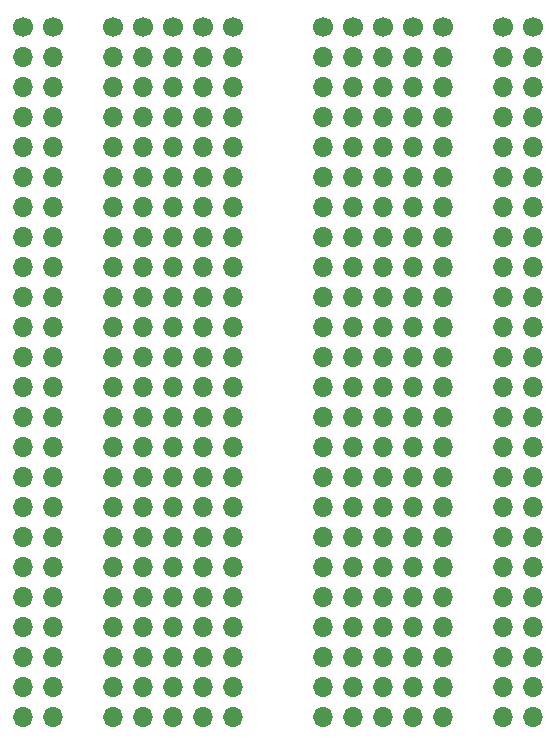
<source format=gts>
G04 #@! TF.GenerationSoftware,KiCad,Pcbnew,(6.0.8-1)-1*
G04 #@! TF.CreationDate,2022-11-13T23:51:15-06:00*
G04 #@! TF.ProjectId,BlocksBreadboard,426c6f63-6b73-4427-9265-6164626f6172,rev?*
G04 #@! TF.SameCoordinates,Original*
G04 #@! TF.FileFunction,Soldermask,Top*
G04 #@! TF.FilePolarity,Negative*
%FSLAX46Y46*%
G04 Gerber Fmt 4.6, Leading zero omitted, Abs format (unit mm)*
G04 Created by KiCad (PCBNEW (6.0.8-1)-1) date 2022-11-13 23:51:15*
%MOMM*%
%LPD*%
G01*
G04 APERTURE LIST*
%ADD10C,1.700000*%
%ADD11O,1.700000X1.700000*%
G04 APERTURE END LIST*
D10*
X132080000Y-50810000D03*
D11*
X132080000Y-53350000D03*
X132080000Y-55890000D03*
X132080000Y-58430000D03*
X132080000Y-60970000D03*
X132080000Y-63510000D03*
X132080000Y-66050000D03*
X132080000Y-68590000D03*
X132080000Y-71130000D03*
X132080000Y-73670000D03*
X132080000Y-76210000D03*
X132080000Y-78750000D03*
X132080000Y-81290000D03*
X132080000Y-83830000D03*
X132080000Y-86370000D03*
X132080000Y-88910000D03*
X132080000Y-91450000D03*
X132080000Y-93990000D03*
X132080000Y-96530000D03*
X132080000Y-99070000D03*
X132080000Y-101610000D03*
X132080000Y-104150000D03*
X132080000Y-106690000D03*
X132080000Y-109230000D03*
D10*
X160020000Y-50810000D03*
D11*
X160020000Y-53350000D03*
X160020000Y-55890000D03*
X160020000Y-58430000D03*
X160020000Y-60970000D03*
X160020000Y-63510000D03*
X160020000Y-66050000D03*
X160020000Y-68590000D03*
X160020000Y-71130000D03*
X160020000Y-73670000D03*
X160020000Y-76210000D03*
X160020000Y-78750000D03*
X160020000Y-81290000D03*
X160020000Y-83830000D03*
X160020000Y-86370000D03*
X160020000Y-88910000D03*
X160020000Y-91450000D03*
X160020000Y-93990000D03*
X160020000Y-96530000D03*
X160020000Y-99070000D03*
X160020000Y-101610000D03*
X160020000Y-104150000D03*
X160020000Y-106690000D03*
X160020000Y-109230000D03*
D10*
X134620000Y-50810000D03*
D11*
X134620000Y-53350000D03*
X134620000Y-55890000D03*
X134620000Y-58430000D03*
X134620000Y-60970000D03*
X134620000Y-63510000D03*
X134620000Y-66050000D03*
X134620000Y-68590000D03*
X134620000Y-71130000D03*
X134620000Y-73670000D03*
X134620000Y-76210000D03*
X134620000Y-78750000D03*
X134620000Y-81290000D03*
X134620000Y-83830000D03*
X134620000Y-86370000D03*
X134620000Y-88910000D03*
X134620000Y-91450000D03*
X134620000Y-93990000D03*
X134620000Y-96530000D03*
X134620000Y-99070000D03*
X134620000Y-101610000D03*
X134620000Y-104150000D03*
X134620000Y-106690000D03*
X134620000Y-109230000D03*
D10*
X157480000Y-50810000D03*
D11*
X157480000Y-53350000D03*
X157480000Y-55890000D03*
X157480000Y-58430000D03*
X157480000Y-60970000D03*
X157480000Y-63510000D03*
X157480000Y-66050000D03*
X157480000Y-68590000D03*
X157480000Y-71130000D03*
X157480000Y-73670000D03*
X157480000Y-76210000D03*
X157480000Y-78750000D03*
X157480000Y-81290000D03*
X157480000Y-83830000D03*
X157480000Y-86370000D03*
X157480000Y-88910000D03*
X157480000Y-91450000D03*
X157480000Y-93990000D03*
X157480000Y-96530000D03*
X157480000Y-99070000D03*
X157480000Y-101610000D03*
X157480000Y-104150000D03*
X157480000Y-106690000D03*
X157480000Y-109230000D03*
D10*
X124460000Y-50810000D03*
D11*
X124460000Y-53350000D03*
X124460000Y-55890000D03*
X124460000Y-58430000D03*
X124460000Y-60970000D03*
X124460000Y-63510000D03*
X124460000Y-66050000D03*
X124460000Y-68590000D03*
X124460000Y-71130000D03*
X124460000Y-73670000D03*
X124460000Y-76210000D03*
X124460000Y-78750000D03*
X124460000Y-81290000D03*
X124460000Y-83830000D03*
X124460000Y-86370000D03*
X124460000Y-88910000D03*
X124460000Y-91450000D03*
X124460000Y-93990000D03*
X124460000Y-96530000D03*
X124460000Y-99070000D03*
X124460000Y-101610000D03*
X124460000Y-104150000D03*
X124460000Y-106690000D03*
X124460000Y-109230000D03*
D10*
X149860000Y-50810000D03*
D11*
X149860000Y-53350000D03*
X149860000Y-55890000D03*
X149860000Y-58430000D03*
X149860000Y-60970000D03*
X149860000Y-63510000D03*
X149860000Y-66050000D03*
X149860000Y-68590000D03*
X149860000Y-71130000D03*
X149860000Y-73670000D03*
X149860000Y-76210000D03*
X149860000Y-78750000D03*
X149860000Y-81290000D03*
X149860000Y-83830000D03*
X149860000Y-86370000D03*
X149860000Y-88910000D03*
X149860000Y-91450000D03*
X149860000Y-93990000D03*
X149860000Y-96530000D03*
X149860000Y-99070000D03*
X149860000Y-101610000D03*
X149860000Y-104150000D03*
X149860000Y-106690000D03*
X149860000Y-109230000D03*
D10*
X152400000Y-50810000D03*
D11*
X152400000Y-53350000D03*
X152400000Y-55890000D03*
X152400000Y-58430000D03*
X152400000Y-60970000D03*
X152400000Y-63510000D03*
X152400000Y-66050000D03*
X152400000Y-68590000D03*
X152400000Y-71130000D03*
X152400000Y-73670000D03*
X152400000Y-76210000D03*
X152400000Y-78750000D03*
X152400000Y-81290000D03*
X152400000Y-83830000D03*
X152400000Y-86370000D03*
X152400000Y-88910000D03*
X152400000Y-91450000D03*
X152400000Y-93990000D03*
X152400000Y-96530000D03*
X152400000Y-99070000D03*
X152400000Y-101610000D03*
X152400000Y-104150000D03*
X152400000Y-106690000D03*
X152400000Y-109230000D03*
D10*
X165100000Y-50810000D03*
D11*
X165100000Y-53350000D03*
X165100000Y-55890000D03*
X165100000Y-58430000D03*
X165100000Y-60970000D03*
X165100000Y-63510000D03*
X165100000Y-66050000D03*
X165100000Y-68590000D03*
X165100000Y-71130000D03*
X165100000Y-73670000D03*
X165100000Y-76210000D03*
X165100000Y-78750000D03*
X165100000Y-81290000D03*
X165100000Y-83830000D03*
X165100000Y-86370000D03*
X165100000Y-88910000D03*
X165100000Y-91450000D03*
X165100000Y-93990000D03*
X165100000Y-96530000D03*
X165100000Y-99070000D03*
X165100000Y-101610000D03*
X165100000Y-104150000D03*
X165100000Y-106690000D03*
X165100000Y-109230000D03*
D10*
X127000000Y-50810000D03*
D11*
X127000000Y-53350000D03*
X127000000Y-55890000D03*
X127000000Y-58430000D03*
X127000000Y-60970000D03*
X127000000Y-63510000D03*
X127000000Y-66050000D03*
X127000000Y-68590000D03*
X127000000Y-71130000D03*
X127000000Y-73670000D03*
X127000000Y-76210000D03*
X127000000Y-78750000D03*
X127000000Y-81290000D03*
X127000000Y-83830000D03*
X127000000Y-86370000D03*
X127000000Y-88910000D03*
X127000000Y-91450000D03*
X127000000Y-93990000D03*
X127000000Y-96530000D03*
X127000000Y-99070000D03*
X127000000Y-101610000D03*
X127000000Y-104150000D03*
X127000000Y-106690000D03*
X127000000Y-109230000D03*
D10*
X139700000Y-50810000D03*
D11*
X139700000Y-53350000D03*
X139700000Y-55890000D03*
X139700000Y-58430000D03*
X139700000Y-60970000D03*
X139700000Y-63510000D03*
X139700000Y-66050000D03*
X139700000Y-68590000D03*
X139700000Y-71130000D03*
X139700000Y-73670000D03*
X139700000Y-76210000D03*
X139700000Y-78750000D03*
X139700000Y-81290000D03*
X139700000Y-83830000D03*
X139700000Y-86370000D03*
X139700000Y-88910000D03*
X139700000Y-91450000D03*
X139700000Y-93990000D03*
X139700000Y-96530000D03*
X139700000Y-99070000D03*
X139700000Y-101610000D03*
X139700000Y-104150000D03*
X139700000Y-106690000D03*
X139700000Y-109230000D03*
D10*
X137160000Y-50810000D03*
D11*
X137160000Y-53350000D03*
X137160000Y-55890000D03*
X137160000Y-58430000D03*
X137160000Y-60970000D03*
X137160000Y-63510000D03*
X137160000Y-66050000D03*
X137160000Y-68590000D03*
X137160000Y-71130000D03*
X137160000Y-73670000D03*
X137160000Y-76210000D03*
X137160000Y-78750000D03*
X137160000Y-81290000D03*
X137160000Y-83830000D03*
X137160000Y-86370000D03*
X137160000Y-88910000D03*
X137160000Y-91450000D03*
X137160000Y-93990000D03*
X137160000Y-96530000D03*
X137160000Y-99070000D03*
X137160000Y-101610000D03*
X137160000Y-104150000D03*
X137160000Y-106690000D03*
X137160000Y-109230000D03*
D10*
X154940000Y-50810000D03*
D11*
X154940000Y-53350000D03*
X154940000Y-55890000D03*
X154940000Y-58430000D03*
X154940000Y-60970000D03*
X154940000Y-63510000D03*
X154940000Y-66050000D03*
X154940000Y-68590000D03*
X154940000Y-71130000D03*
X154940000Y-73670000D03*
X154940000Y-76210000D03*
X154940000Y-78750000D03*
X154940000Y-81290000D03*
X154940000Y-83830000D03*
X154940000Y-86370000D03*
X154940000Y-88910000D03*
X154940000Y-91450000D03*
X154940000Y-93990000D03*
X154940000Y-96530000D03*
X154940000Y-99070000D03*
X154940000Y-101610000D03*
X154940000Y-104150000D03*
X154940000Y-106690000D03*
X154940000Y-109230000D03*
D10*
X167640000Y-50810000D03*
D11*
X167640000Y-53350000D03*
X167640000Y-55890000D03*
X167640000Y-58430000D03*
X167640000Y-60970000D03*
X167640000Y-63510000D03*
X167640000Y-66050000D03*
X167640000Y-68590000D03*
X167640000Y-71130000D03*
X167640000Y-73670000D03*
X167640000Y-76210000D03*
X167640000Y-78750000D03*
X167640000Y-81290000D03*
X167640000Y-83830000D03*
X167640000Y-86370000D03*
X167640000Y-88910000D03*
X167640000Y-91450000D03*
X167640000Y-93990000D03*
X167640000Y-96530000D03*
X167640000Y-99070000D03*
X167640000Y-101610000D03*
X167640000Y-104150000D03*
X167640000Y-106690000D03*
X167640000Y-109230000D03*
D10*
X142240000Y-50810000D03*
D11*
X142240000Y-53350000D03*
X142240000Y-55890000D03*
X142240000Y-58430000D03*
X142240000Y-60970000D03*
X142240000Y-63510000D03*
X142240000Y-66050000D03*
X142240000Y-68590000D03*
X142240000Y-71130000D03*
X142240000Y-73670000D03*
X142240000Y-76210000D03*
X142240000Y-78750000D03*
X142240000Y-81290000D03*
X142240000Y-83830000D03*
X142240000Y-86370000D03*
X142240000Y-88910000D03*
X142240000Y-91450000D03*
X142240000Y-93990000D03*
X142240000Y-96530000D03*
X142240000Y-99070000D03*
X142240000Y-101610000D03*
X142240000Y-104150000D03*
X142240000Y-106690000D03*
X142240000Y-109230000D03*
M02*

</source>
